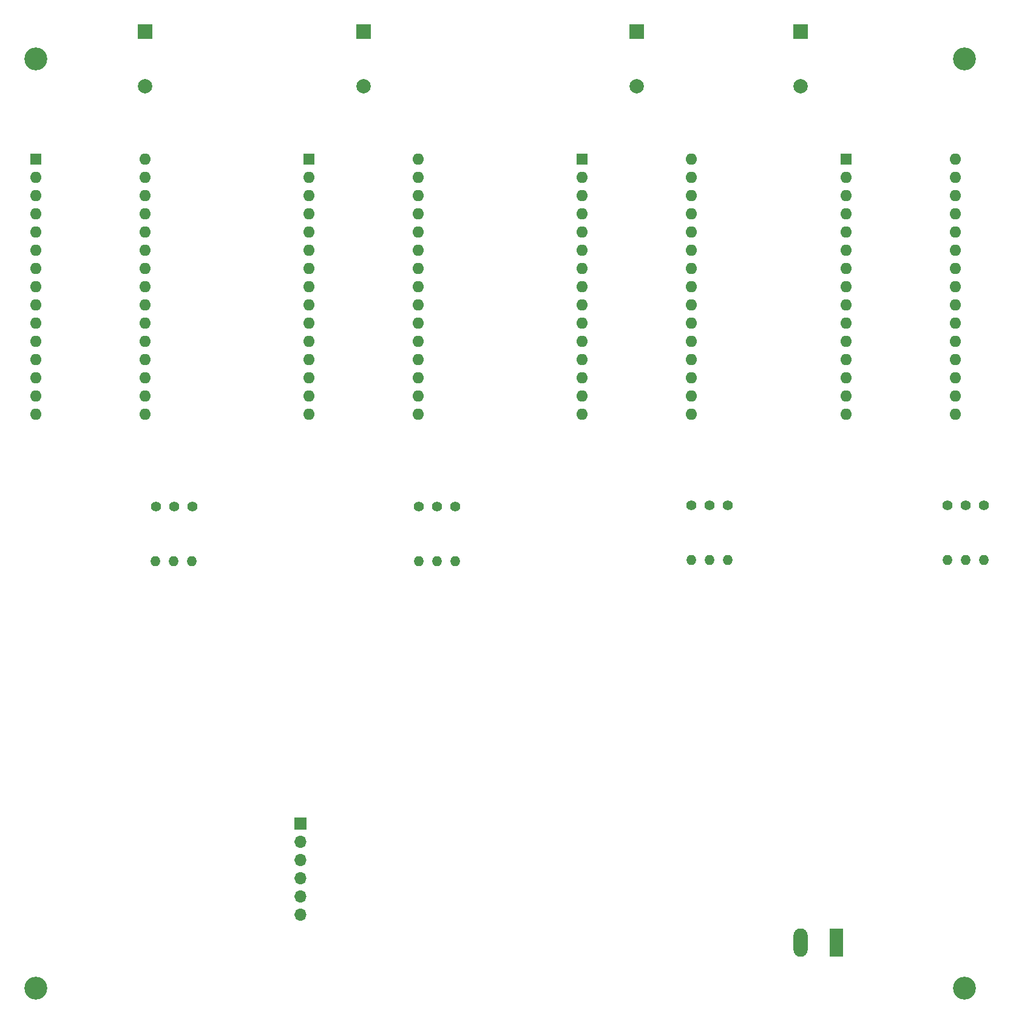
<source format=gbr>
%TF.GenerationSoftware,KiCad,Pcbnew,(6.0.7)*%
%TF.CreationDate,2022-10-02T12:09:57-05:00*%
%TF.ProjectId,PidflightLapV2,50696466-6c69-4676-9874-4c617056322e,1.0*%
%TF.SameCoordinates,Original*%
%TF.FileFunction,Soldermask,Bot*%
%TF.FilePolarity,Negative*%
%FSLAX46Y46*%
G04 Gerber Fmt 4.6, Leading zero omitted, Abs format (unit mm)*
G04 Created by KiCad (PCBNEW (6.0.7)) date 2022-10-02 12:09:57*
%MOMM*%
%LPD*%
G01*
G04 APERTURE LIST*
%ADD10R,1.980000X3.960000*%
%ADD11O,1.980000X3.960000*%
%ADD12C,3.200000*%
%ADD13R,1.600000X1.600000*%
%ADD14O,1.600000X1.600000*%
%ADD15C,1.400000*%
%ADD16O,1.400000X1.400000*%
%ADD17R,2.000000X2.000000*%
%ADD18C,2.000000*%
%ADD19R,1.700000X1.700000*%
%ADD20O,1.700000X1.700000*%
G04 APERTURE END LIST*
D10*
%TO.C,BT1*%
X141164000Y-153448500D03*
D11*
X136164000Y-153448500D03*
%TD*%
D12*
%TO.C,REF\u002A\u002A*%
X159004000Y-159766000D03*
%TD*%
D13*
%TO.C,U9*%
X142494000Y-44196000D03*
D14*
X142494000Y-46736000D03*
X142494000Y-49276000D03*
X142494000Y-51816000D03*
X142494000Y-54356000D03*
X142494000Y-56896000D03*
X142494000Y-59436000D03*
X142494000Y-61976000D03*
X142494000Y-64516000D03*
X142494000Y-67056000D03*
X142494000Y-69596000D03*
X142494000Y-72136000D03*
X142494000Y-74676000D03*
X142494000Y-77216000D03*
X142494000Y-79756000D03*
X157734000Y-79756000D03*
X157734000Y-77216000D03*
X157734000Y-74676000D03*
X157734000Y-72136000D03*
X157734000Y-69596000D03*
X157734000Y-67056000D03*
X157734000Y-64516000D03*
X157734000Y-61976000D03*
X157734000Y-59436000D03*
X157734000Y-56896000D03*
X157734000Y-54356000D03*
X157734000Y-51816000D03*
X157734000Y-49276000D03*
X157734000Y-46736000D03*
X157734000Y-44196000D03*
%TD*%
D15*
%TO.C,1k2*%
X48758496Y-92588363D03*
D16*
X48754000Y-100208363D03*
%TD*%
D13*
%TO.C,U5*%
X67574000Y-44196000D03*
D14*
X67574000Y-46736000D03*
X67574000Y-49276000D03*
X67574000Y-51816000D03*
X67574000Y-54356000D03*
X67574000Y-56896000D03*
X67574000Y-59436000D03*
X67574000Y-61976000D03*
X67574000Y-64516000D03*
X67574000Y-67056000D03*
X67574000Y-69596000D03*
X67574000Y-72136000D03*
X67574000Y-74676000D03*
X67574000Y-77216000D03*
X67574000Y-79756000D03*
X82814000Y-79756000D03*
X82814000Y-77216000D03*
X82814000Y-74676000D03*
X82814000Y-72136000D03*
X82814000Y-69596000D03*
X82814000Y-67056000D03*
X82814000Y-64516000D03*
X82814000Y-61976000D03*
X82814000Y-59436000D03*
X82814000Y-56896000D03*
X82814000Y-54356000D03*
X82814000Y-51816000D03*
X82814000Y-49276000D03*
X82814000Y-46736000D03*
X82814000Y-44196000D03*
%TD*%
D15*
%TO.C,1k4*%
X82930141Y-92590994D03*
D16*
X82930141Y-100210994D03*
%TD*%
D17*
%TO.C,B4*%
X136144000Y-26426000D03*
D18*
X136144000Y-34026000D03*
%TD*%
D17*
%TO.C,B3*%
X113284000Y-26426000D03*
D18*
X113284000Y-34026000D03*
%TD*%
D15*
%TO.C,1k12*%
X161778630Y-92456000D03*
D16*
X161778630Y-100076000D03*
%TD*%
D15*
%TO.C,1k11*%
X159238630Y-92456000D03*
D16*
X159238630Y-100076000D03*
%TD*%
D12*
%TO.C,REF\u002A\u002A*%
X29464000Y-30226000D03*
%TD*%
D15*
%TO.C,1k8*%
X123444000Y-92456000D03*
D16*
X123444000Y-100076000D03*
%TD*%
D13*
%TO.C,U7*%
X105664000Y-44196000D03*
D14*
X105664000Y-46736000D03*
X105664000Y-49276000D03*
X105664000Y-51816000D03*
X105664000Y-54356000D03*
X105664000Y-56896000D03*
X105664000Y-59436000D03*
X105664000Y-61976000D03*
X105664000Y-64516000D03*
X105664000Y-67056000D03*
X105664000Y-69596000D03*
X105664000Y-72136000D03*
X105664000Y-74676000D03*
X105664000Y-77216000D03*
X105664000Y-79756000D03*
X120904000Y-79756000D03*
X120904000Y-77216000D03*
X120904000Y-74676000D03*
X120904000Y-72136000D03*
X120904000Y-69596000D03*
X120904000Y-67056000D03*
X120904000Y-64516000D03*
X120904000Y-61976000D03*
X120904000Y-59436000D03*
X120904000Y-56896000D03*
X120904000Y-54356000D03*
X120904000Y-51816000D03*
X120904000Y-49276000D03*
X120904000Y-46736000D03*
X120904000Y-44196000D03*
%TD*%
D15*
%TO.C,1k1*%
X46218496Y-92588363D03*
D16*
X46214000Y-100208363D03*
%TD*%
D12*
%TO.C,REF\u002A\u002A*%
X29464000Y-159766000D03*
%TD*%
D15*
%TO.C,1k7*%
X120904000Y-92456000D03*
D16*
X120904000Y-100076000D03*
%TD*%
D19*
%TO.C,U1*%
X66389000Y-136793500D03*
D20*
X66389000Y-139333500D03*
X66389000Y-141873500D03*
X66389000Y-144413500D03*
X66389000Y-146953500D03*
X66389000Y-149493500D03*
%TD*%
D13*
%TO.C,U3*%
X29464000Y-44196000D03*
D14*
X29464000Y-46736000D03*
X29464000Y-49276000D03*
X29464000Y-51816000D03*
X29464000Y-54356000D03*
X29464000Y-56896000D03*
X29464000Y-59436000D03*
X29464000Y-61976000D03*
X29464000Y-64516000D03*
X29464000Y-67056000D03*
X29464000Y-69596000D03*
X29464000Y-72136000D03*
X29464000Y-74676000D03*
X29464000Y-77216000D03*
X29464000Y-79756000D03*
X44704000Y-79756000D03*
X44704000Y-77216000D03*
X44704000Y-74676000D03*
X44704000Y-72136000D03*
X44704000Y-69596000D03*
X44704000Y-67056000D03*
X44704000Y-64516000D03*
X44704000Y-61976000D03*
X44704000Y-59436000D03*
X44704000Y-56896000D03*
X44704000Y-54356000D03*
X44704000Y-51816000D03*
X44704000Y-49276000D03*
X44704000Y-46736000D03*
X44704000Y-44196000D03*
%TD*%
D15*
%TO.C,1k10*%
X156698630Y-92456000D03*
D16*
X156698630Y-100076000D03*
%TD*%
D15*
%TO.C,1k3*%
X51298496Y-92588363D03*
D16*
X51294000Y-100208363D03*
%TD*%
D17*
%TO.C,B1*%
X44704000Y-26416000D03*
D18*
X44704000Y-34016000D03*
%TD*%
D15*
%TO.C,1k6*%
X88010141Y-92590994D03*
D16*
X88010141Y-100210994D03*
%TD*%
D15*
%TO.C,1k9*%
X125984000Y-92456000D03*
D16*
X125984000Y-100076000D03*
%TD*%
D12*
%TO.C,REF\u002A\u002A*%
X159004000Y-30226000D03*
%TD*%
D15*
%TO.C,1k5*%
X85470141Y-92590994D03*
D16*
X85470141Y-100210994D03*
%TD*%
D17*
%TO.C,B2*%
X75175147Y-26426000D03*
D18*
X75175147Y-34026000D03*
%TD*%
M02*

</source>
